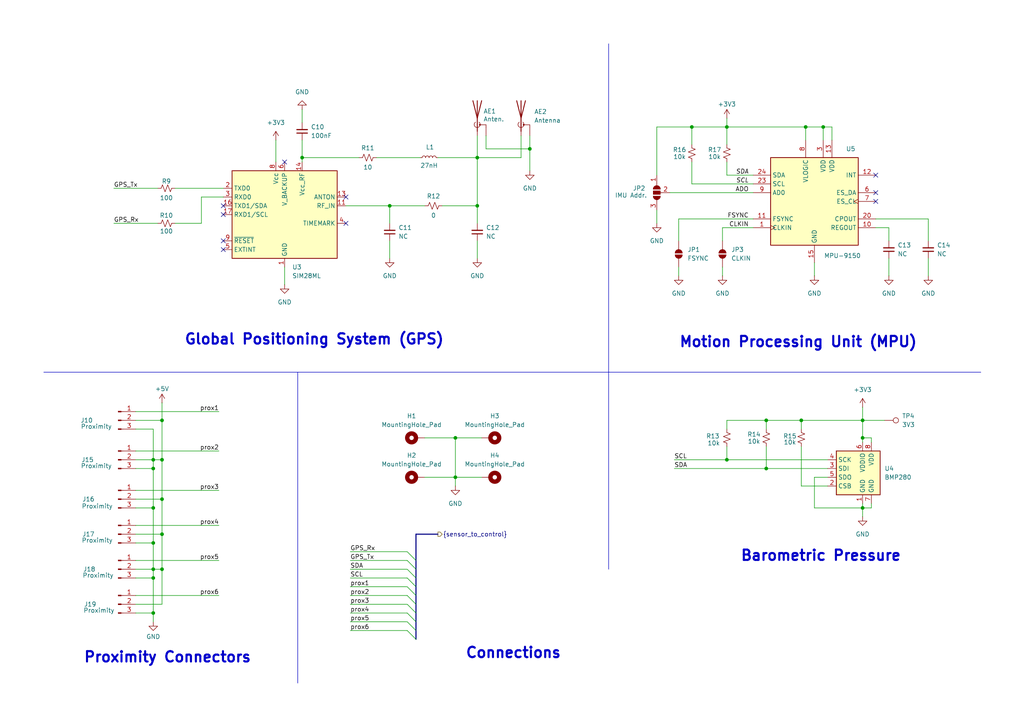
<source format=kicad_sch>
(kicad_sch (version 20231120) (generator "eeschema") (generator_version "8.0")
  (paper "A4")
  (title_block (title "Drone sensing UNIT") (date "2024-07-07") (company "SCHOOL OF AIR DEFENCE - TANGA"))
  (lib_symbols
    (symbol "Connector:Conn_01x03_Pin" (pin_names (offset 1.016) hide)
      (property "Reference" "J" (at 0 5.08 0))
      (property "Value" "Conn_01x03_Pin" (at 0 -5.08 0))
      (symbol "Conn_01x03_Pin_1_1"
        (polyline (pts (xy 1.27 -2.54) (xy 0.8636 -2.54)) (stroke (width 0.1524)))
        (polyline (pts (xy 1.27 0) (xy 0.8636 0)) (stroke (width 0.1524)))
        (polyline (pts (xy 1.27 2.54) (xy 0.8636 2.54)) (stroke (width 0.1524)))
        (rectangle (start 0.8636 -2.413) (end 0 -2.667) (stroke (width 0.1524)) (fill (type outline)))
        (rectangle (start 0.8636 0.127) (end 0 -0.127) (stroke (width 0.1524)) (fill (type outline)))
        (rectangle (start 0.8636 2.667) (end 0 2.413) (stroke (width 0.1524)) (fill (type outline)))
        (pin passive line (at 5.08 2.54 180) (length 3.81) (name "Pin_1") (number "1"))
        (pin passive line (at 5.08 0 180) (length 3.81) (name "Pin_2") (number "2"))
        (pin passive line (at 5.08 -2.54 180) (length 3.81) (name "Pin_3") (number "3"))
      )
    )
    (symbol "Connector:TestPoint" (pin_numbers hide) (pin_names (offset 0.762) hide)
      (property "Reference" "TP" (at 0 6.858 0))
      (property "Value" "TestPoint" (at 0 5.08 0))
      (symbol "TestPoint_0_1"
        (circle (center 0 3.302) (radius 0.762))
      )
      (symbol "TestPoint_1_1"
        (pin passive line (at 0 0 90) (length 2.54) (name "1") (number "1"))
      )
    )
    (symbol "Device:Antenna_Shield" (pin_numbers hide) (pin_names (offset 1.016) hide)
      (property "Reference" "AE" (at -1.905 4.445 0))
      (property "Value" "Antenna_Shield" (at -1.905 2.54 0))
      (symbol "Antenna_Shield_0_1"
        (arc (start -0.508 -1.143) (mid -0.8429 -2.1194) (end 0 -2.667))
        (arc (start 0 -2.667) (mid 0.7989 -2.1052) (end 0.508 -1.143))
        (polyline (pts (xy 0 -2.54) (xy 0 0)))
        (polyline (pts (xy 0 5.08) (xy 0 -3.81)) (stroke (width 0.254)))
        (polyline (pts (xy 0.762 -1.905) (xy 2.54 -1.905)))
        (polyline (pts (xy 2.54 -2.54) (xy 2.54 -1.905)))
        (polyline (pts (xy 1.27 5.08) (xy 0 0) (xy -1.27 5.08)) (stroke (width 0.254)))
        (circle (center 0.762 -1.905) (radius 0.1778) (fill (type outline)))
      )
      (symbol "Antenna_Shield_1_1"
        (pin input line (at 0 -5.08 90) (length 2.54) (name "A") (number "1"))
        (pin input line (at 2.54 -5.08 90) (length 2.54) (name "Shield") (number "2"))
      )
    )
    (symbol "Device:C_Small" (pin_numbers hide) (pin_names (offset 0.254) hide)
      (property "Reference" "C" (at 0.254 1.778 0))
      (property "Value" "C_Small" (at 0.254 -2.032 0))
      (symbol "C_Small_0_1"
        (polyline (pts (xy -1.524 -0.508) (xy 1.524 -0.508)) (stroke (width 0.3302)))
        (polyline (pts (xy -1.524 0.508) (xy 1.524 0.508)) (stroke (width 0.3048)))
      )
      (symbol "C_Small_1_1"
        (pin passive line (at 0 2.54 270) (length 2.032) (name "~") (number "1"))
        (pin passive line (at 0 -2.54 90) (length 2.032) (name "~") (number "2"))
      )
    )
    (symbol "Device:L_Small" (pin_numbers hide) (pin_names (offset 0.254) hide)
      (property "Reference" "L" (at 0.762 1.016 0))
      (property "Value" "L_Small" (at 0.762 -1.016 0))
      (symbol "L_Small_0_1"
        (arc (start 0 -2.032) (mid 0.5058 -1.524) (end 0 -1.016))
        (arc (start 0 -1.016) (mid 0.5058 -0.508) (end 0 0))
        (arc (start 0 0) (mid 0.5058 0.508) (end 0 1.016))
        (arc (start 0 1.016) (mid 0.5058 1.524) (end 0 2.032))
      )
      (symbol "L_Small_1_1"
        (pin passive line (at 0 2.54 270) (length 0.508) (name "~") (number "1"))
        (pin passive line (at 0 -2.54 90) (length 0.508) (name "~") (number "2"))
      )
    )
    (symbol "Device:R_Small_US" (pin_numbers hide) (pin_names (offset 0.254) hide)
      (property "Reference" "R" (at 0.762 0.508 0))
      (property "Value" "R_Small_US" (at 0.762 -1.016 0))
      (symbol "R_Small_US_1_1"
        (polyline (pts (xy 0 0) (xy 1.016 -0.381) (xy 0 -0.762) (xy -1.016 -1.143) (xy 0 -1.524)))
        (polyline (pts (xy 0 1.524) (xy 1.016 1.143) (xy 0 0.762) (xy -1.016 0.381) (xy 0 0)))
        (pin passive line (at 0 2.54 270) (length 1.016) (name "~") (number "1"))
        (pin passive line (at 0 -2.54 90) (length 1.016) (name "~") (number "2"))
      )
    )
    (symbol "Jumper:SolderJumper_2_Open" (pin_numbers hide) (pin_names (offset 0) hide) (exclude_from_sim yes) (in_bom no)
      (property "Reference" "JP" (at 0 2.032 0))
      (property "Value" "SolderJumper_2_Open" (at 0 -2.54 0))
      (symbol "SolderJumper_2_Open_0_1"
        (arc (start -0.254 1.016) (mid -1.2656 0) (end -0.254 -1.016))
        (arc (start -0.254 1.016) (mid -1.2656 0) (end -0.254 -1.016) (fill (type outline)))
        (polyline (pts (xy -0.254 1.016) (xy -0.254 -1.016)))
        (polyline (pts (xy 0.254 1.016) (xy 0.254 -1.016)))
        (arc (start 0.254 -1.016) (mid 1.2656 0) (end 0.254 1.016))
        (arc (start 0.254 -1.016) (mid 1.2656 0) (end 0.254 1.016) (fill (type outline)))
      )
      (symbol "SolderJumper_2_Open_1_1"
        (pin passive line (at -3.81 0 0) (length 2.54) (name "A") (number "1"))
        (pin passive line (at 3.81 0 180) (length 2.54) (name "B") (number "2"))
      )
    )
    (symbol "Jumper:SolderJumper_3_Open" (pin_names (offset 0) hide) (exclude_from_sim yes) (in_bom no)
      (property "Reference" "JP" (at -2.54 -2.54 0))
      (property "Value" "SolderJumper_3_Open" (at 0 2.794 0))
      (symbol "SolderJumper_3_Open_0_1"
        (arc (start -1.016 1.016) (mid -2.0276 0) (end -1.016 -1.016))
        (arc (start -1.016 1.016) (mid -2.0276 0) (end -1.016 -1.016) (fill (type outline)))
        (rectangle (start -0.508 1.016) (end 0.508 -1.016) (fill (type outline)))
        (polyline (pts (xy -2.54 0) (xy -2.032 0)))
        (polyline (pts (xy -1.016 1.016) (xy -1.016 -1.016)))
        (polyline (pts (xy 0 -1.27) (xy 0 -1.016)))
        (polyline (pts (xy 1.016 1.016) (xy 1.016 -1.016)))
        (polyline (pts (xy 2.54 0) (xy 2.032 0)))
        (arc (start 1.016 -1.016) (mid 2.0276 0) (end 1.016 1.016))
        (arc (start 1.016 -1.016) (mid 2.0276 0) (end 1.016 1.016) (fill (type outline)))
      )
      (symbol "SolderJumper_3_Open_1_1"
        (pin passive line (at -5.08 0 0) (length 2.54) (name "A") (number "1"))
        (pin passive line (at 0 -3.81 90) (length 2.54) (name "C") (number "2"))
        (pin passive line (at 5.08 0 180) (length 2.54) (name "B") (number "3"))
      )
    )
    (symbol "Mechanical:MountingHole_Pad" (pin_numbers hide) (pin_names (offset 1.016) hide) (exclude_from_sim yes) (in_bom no)
      (property "Reference" "H" (at 0 6.35 0))
      (property "Value" "MountingHole_Pad" (at 0 4.445 0))
      (symbol "MountingHole_Pad_0_1"
        (circle (center 0 1.27) (radius 1.27) (stroke (width 1.27)))
      )
      (symbol "MountingHole_Pad_1_1"
        (pin input line (at 0 -2.54 90) (length 2.54) (name "1") (number "1"))
      )
    )
    (symbol "RF_GPS:SIM28ML"
      (property "Reference" "U" (at -13.97 13.97 0))
      (property "Value" "SIM28ML" (at 11.43 13.97 0))
      (symbol "SIM28ML_0_1"
        (rectangle (start -15.24 12.7) (end 15.24 -12.7) (stroke (width 0.254)) (fill (type background)))
      )
      (symbol "SIM28ML_1_1"
        (pin power_in line (at 0 -15.24 90) (length 2.54) (name "GND") (number "1"))
        (pin passive line (at 0 -15.24 90) (length 2.54) hide (name "GND") (number "10"))
        (pin input line (at 17.78 2.54 180) (length 2.54) (name "RF_IN") (number "11"))
        (pin passive line (at 0 -15.24 90) (length 2.54) hide (name "GND") (number "12"))
        (pin power_out line (at 17.78 5.08 180) (length 2.54) (name "ANTON") (number "13"))
        (pin power_out line (at 5.08 15.24 270) (length 2.54) (name "Vcc_RF") (number "14"))
        (pin no_connect line (at 15.24 -7.62 180) (length 2.54) hide (name "NC") (number "15"))
        (pin bidirectional line (at -17.78 2.54 0) (length 2.54) (name "TXD1/SDA") (number "16"))
        (pin input line (at -17.78 0 0) (length 2.54) (name "RXD1/SCL") (number "17"))
        (pin no_connect line (at 15.24 -10.16 180) (length 2.54) hide (name "NC") (number "18"))
        (pin output line (at -17.78 7.62 0) (length 2.54) (name "TXD0") (number "2"))
        (pin input line (at -17.78 5.08 0) (length 2.54) (name "RXD0") (number "3"))
        (pin output line (at 17.78 -2.54 180) (length 2.54) (name "TIMEMARK") (number "4"))
        (pin input line (at -17.78 -10.16 0) (length 2.54) (name "EXTINT") (number "5"))
        (pin power_in line (at 0 15.24 270) (length 2.54) (name "V_BACKUP") (number "6"))
        (pin no_connect line (at 15.24 -5.08 180) (length 2.54) hide (name "NC") (number "7"))
        (pin power_in line (at -2.54 15.24 270) (length 2.54) (name "Vcc") (number "8"))
        (pin input line (at -17.78 -7.62 0) (length 2.54) (name "~{RESET}") (number "9"))
      )
    )
    (symbol "Sensor_Motion:MPU-9150"
      (property "Reference" "U" (at -11.43 13.97 0))
      (property "Value" "MPU-9150" (at 8.89 -13.97 0))
      (symbol "MPU-9150_0_1"
        (rectangle (start -12.7 12.7) (end 12.7 -12.7) (stroke (width 0.254)) (fill (type background)))
      )
      (symbol "MPU-9150_1_1"
        (pin input clock (at -17.78 -7.62 0) (length 5.08) (name "CLKIN") (number "1"))
        (pin passive line (at 17.78 -7.62 180) (length 5.08) (name "REGOUT") (number "10"))
        (pin input line (at -17.78 -5.08 0) (length 5.08) (name "FSYNC") (number "11"))
        (pin output line (at 17.78 7.62 180) (length 5.08) (name "INT") (number "12"))
        (pin power_in line (at 5.08 17.78 270) (length 5.08) (name "VDD") (number "13"))
        (pin power_in line (at 0 -17.78 90) (length 5.08) (name "GND") (number "15"))
        (pin passive line (at 0 -17.78 90) (length 5.08) hide (name "GND") (number "17"))
        (pin passive line (at 0 -17.78 90) (length 5.08) hide (name "GND") (number "18"))
        (pin passive line (at 17.78 -5.08 180) (length 5.08) (name "CPOUT") (number "20"))
        (pin input line (at -17.78 5.08 0) (length 5.08) (name "SCL") (number "23"))
        (pin bidirectional line (at -17.78 7.62 0) (length 5.08) (name "SDA") (number "24"))
        (pin power_in line (at 2.54 17.78 270) (length 5.08) (name "VDD") (number "3"))
        (pin bidirectional line (at 17.78 2.54 180) (length 5.08) (name "ES_DA") (number "6"))
        (pin output clock (at 17.78 0 180) (length 5.08) (name "ES_CL") (number "7"))
        (pin power_in line (at -2.54 17.78 270) (length 5.08) (name "VLOGIC") (number "8"))
        (pin input line (at -17.78 2.54 0) (length 5.08) (name "AD0") (number "9"))
      )
    )
    (symbol "Sensor_Pressure:BMP280"
      (property "Reference" "U" (at -7.62 10.16 0))
      (property "Value" "BMP280" (at 5.08 10.16 0))
      (symbol "BMP280_0_1"
        (rectangle (start -7.62 -5.08) (end 5.08 7.62) (stroke (width 0.254)) (fill (type background)))
      )
      (symbol "BMP280_1_1"
        (pin power_in line (at 0 -7.62 90) (length 2.54) (name "GND") (number "1"))
        (pin input line (at -10.16 -2.54 0) (length 2.54) (name "CSB") (number "2"))
        (pin bidirectional line (at -10.16 2.54 0) (length 2.54) (name "SDI") (number "3"))
        (pin input line (at -10.16 5.08 0) (length 2.54) (name "SCK") (number "4"))
        (pin bidirectional line (at -10.16 0 0) (length 2.54) (name "SDO") (number "5"))
        (pin power_in line (at 0 10.16 270) (length 2.54) (name "VDDIO") (number "6"))
        (pin power_in line (at 2.54 -7.62 90) (length 2.54) (name "GND") (number "7"))
        (pin power_in line (at 2.54 10.16 270) (length 2.54) (name "VDD") (number "8"))
      )
    )
    (symbol "power:+3V3" (power) (pin_numbers hide) (pin_names (offset 0) hide)
      (property "Value" "+3V3" (at 0 3.556 0))
      (symbol "+3V3_0_1"
        (polyline (pts (xy -0.762 1.27) (xy 0 2.54)))
        (polyline (pts (xy 0 0) (xy 0 2.54)))
        (polyline (pts (xy 0 2.54) (xy 0.762 1.27)))
      )
      (symbol "+3V3_1_1"
        (pin power_in line (at 0 0 90) (length 0) (name "~") (number "1"))
      )
    )
    (symbol "power:+5V" (power) (pin_numbers hide) (pin_names (offset 0) hide)
      (property "Value" "+5V" (at 0 3.556 0))
      (symbol "+5V_0_1"
        (polyline (pts (xy -0.762 1.27) (xy 0 2.54)))
        (polyline (pts (xy 0 0) (xy 0 2.54)))
        (polyline (pts (xy 0 2.54) (xy 0.762 1.27)))
      )
      (symbol "+5V_1_1"
        (pin power_in line (at 0 0 90) (length 0) (name "~") (number "1"))
      )
    )
    (symbol "power:GND" (power) (pin_numbers hide) (pin_names (offset 0) hide)
      (property "Value" "GND" (at 0 -3.81 0))
      (symbol "GND_0_1"
        (polyline (pts (xy 0 0) (xy 0 -1.27) (xy 1.27 -1.27) (xy 0 -2.54) (xy -1.27 -1.27) (xy 0 -1.27)))
      )
      (symbol "GND_1_1"
        (pin power_in line (at 0 0 270) (length 0) (name "~") (number "1"))
      )
    )
  )
  (bus_alias "sensor_to_control" (members "GPS_Rx" "GPS_Tx" "SDA" "SCL" "prox1" "prox2" "prox3" "prox4" "prox5" "prox6"))
  (junction (at 44.45 135.89))
  (junction (at 46.99 144.78))
  (junction (at 113.03 59.69))
  (junction (at 232.41 121.92))
  (junction (at 46.99 154.94))
  (junction (at 210.82 36.83))
  (junction (at 250.19 121.92))
  (junction (at 44.45 147.32))
  (junction (at 138.43 45.72))
  (junction (at 250.19 127))
  (junction (at 210.82 133.35))
  (junction (at 46.99 121.92))
  (junction (at 250.19 147.32))
  (junction (at 44.45 165.1))
  (junction (at 153.67 43.18))
  (junction (at 222.25 135.89))
  (junction (at 46.99 165.1))
  (junction (at 200.66 36.83))
  (junction (at 233.68 36.83))
  (junction (at 132.08 127))
  (junction (at 138.43 59.69))
  (junction (at 132.08 138.43))
  (junction (at 46.99 133.35))
  (junction (at 238.76 36.83))
  (junction (at 44.45 157.48))
  (junction (at 44.45 167.64))
  (junction (at 222.25 121.92))
  (junction (at 87.63 45.72))
  (junction (at 44.45 133.35))
  (junction (at 44.45 177.8))
  (no_connect (at 64.77 62.23))
  (no_connect (at 254 58.42))
  (no_connect (at 100.33 64.77))
  (no_connect (at 100.33 57.15))
  (no_connect (at 82.55 46.99))
  (no_connect (at 64.77 69.85))
  (no_connect (at 254 50.8))
  (no_connect (at 64.77 59.69))
  (no_connect (at 254 55.88))
  (no_connect (at 64.77 72.39))
  (bus_entry (at 120.65 177.8) (size -2.54 -2.54))
  (bus_entry (at 120.65 185.42) (size -2.54 -2.54))
  (bus_entry (at 120.65 165.1) (size -2.54 -2.54))
  (bus_entry (at 120.65 180.34) (size -2.54 -2.54))
  (bus_entry (at 120.65 162.56) (size -2.54 -2.54))
  (bus_entry (at 120.65 175.26) (size -2.54 -2.54))
  (bus_entry (at 120.65 167.64) (size -2.54 -2.54))
  (bus_entry (at 120.65 170.18) (size -2.54 -2.54))
  (bus_entry (at 120.65 172.72) (size -2.54 -2.54))
  (bus_entry (at 120.65 182.88) (size -2.54 -2.54))
  (wire (pts (xy 210.82 36.83) (xy 210.82 41.91)))
  (wire (pts (xy 44.45 165.1) (xy 39.37 165.1)))
  (wire (pts (xy 210.82 133.35) (xy 240.03 133.35)))
  (wire (pts (xy 236.22 138.43) (xy 236.22 147.32)))
  (wire (pts (xy 269.24 74.93) (xy 269.24 80.01)))
  (wire (pts (xy 46.99 133.35) (xy 46.99 144.78)))
  (wire (pts (xy 33.02 64.77) (xy 45.72 64.77)))
  (wire (pts (xy 194.31 55.88) (xy 218.44 55.88)))
  (wire (pts (xy 254 66.04) (xy 257.81 66.04)))
  (wire (pts (xy 138.43 45.72) (xy 138.43 59.69)))
  (wire (pts (xy 222.25 129.54) (xy 222.25 135.89)))
  (wire (pts (xy 222.25 121.92) (xy 232.41 121.92)))
  (wire (pts (xy 153.67 43.18) (xy 153.67 39.37)))
  (wire (pts (xy 127 45.72) (xy 138.43 45.72)))
  (wire (pts (xy 209.55 66.04) (xy 209.55 69.85)))
  (polyline (pts (xy 176.53 165.1) (xy 176.53 107.95)))
  (wire (pts (xy 39.37 175.26) (xy 46.99 175.26)))
  (wire (pts (xy 218.44 66.04) (xy 209.55 66.04)))
  (wire (pts (xy 123.19 138.43) (xy 132.08 138.43)))
  (polyline (pts (xy 176.53 12.7) (xy 176.53 107.95)))
  (wire (pts (xy 44.45 133.35) (xy 44.45 135.89)))
  (wire (pts (xy 200.66 53.34) (xy 218.44 53.34)))
  (wire (pts (xy 44.45 177.8) (xy 44.45 180.34)))
  (wire (pts (xy 250.19 121.92) (xy 250.19 127)))
  (wire (pts (xy 128.27 59.69) (xy 138.43 59.69)))
  (bus (pts (xy 120.65 172.72) (xy 120.65 175.26)))
  (wire (pts (xy 210.82 50.8) (xy 218.44 50.8)))
  (wire (pts (xy 101.6 182.88) (xy 118.11 182.88)))
  (wire (pts (xy 200.66 53.34) (xy 200.66 46.99)))
  (wire (pts (xy 46.99 144.78) (xy 46.99 154.94)))
  (wire (pts (xy 64.77 57.15) (xy 58.42 57.15)))
  (wire (pts (xy 44.45 147.32) (xy 44.45 157.48)))
  (wire (pts (xy 257.81 74.93) (xy 257.81 80.01)))
  (wire (pts (xy 232.41 121.92) (xy 232.41 124.46)))
  (wire (pts (xy 44.45 165.1) (xy 44.45 167.64)))
  (wire (pts (xy 151.13 39.37) (xy 151.13 45.72)))
  (wire (pts (xy 80.01 40.64) (xy 80.01 46.99)))
  (wire (pts (xy 39.37 133.35) (xy 44.45 133.35)))
  (bus (pts (xy 120.65 182.88) (xy 120.65 185.42)))
  (wire (pts (xy 87.63 40.64) (xy 87.63 45.72)))
  (bus (pts (xy 120.65 175.26) (xy 120.65 177.8)))
  (wire (pts (xy 210.82 133.35) (xy 210.82 129.54)))
  (polyline (pts (xy 86.36 107.95) (xy 86.36 198.12)))
  (wire (pts (xy 210.82 121.92) (xy 222.25 121.92)))
  (wire (pts (xy 123.19 127) (xy 132.08 127)))
  (polyline (pts (xy 176.53 107.95) (xy 284.48 107.95)))
  (wire (pts (xy 44.45 157.48) (xy 44.45 165.1)))
  (bus (pts (xy 120.65 165.1) (xy 120.65 167.64)))
  (polyline (pts (xy 12.7 107.95) (xy 176.53 107.95)))
  (wire (pts (xy 190.5 36.83) (xy 200.66 36.83)))
  (bus (pts (xy 120.65 154.94) (xy 120.65 162.56)))
  (bus (pts (xy 120.65 180.34) (xy 120.65 182.88)))
  (wire (pts (xy 101.6 167.64) (xy 118.11 167.64)))
  (wire (pts (xy 46.99 165.1) (xy 44.45 165.1)))
  (wire (pts (xy 46.99 175.26) (xy 46.99 165.1)))
  (wire (pts (xy 250.19 127) (xy 250.19 128.27)))
  (wire (pts (xy 238.76 36.83) (xy 233.68 36.83)))
  (wire (pts (xy 39.37 124.46) (xy 44.45 124.46)))
  (wire (pts (xy 254 63.5) (xy 269.24 63.5)))
  (wire (pts (xy 153.67 43.18) (xy 153.67 49.53)))
  (wire (pts (xy 209.55 77.47) (xy 209.55 80.01)))
  (wire (pts (xy 39.37 144.78) (xy 46.99 144.78)))
  (wire (pts (xy 33.02 54.61) (xy 45.72 54.61)))
  (wire (pts (xy 196.85 69.85) (xy 196.85 63.5)))
  (wire (pts (xy 113.03 59.69) (xy 123.19 59.69)))
  (bus (pts (xy 127 154.94) (xy 120.65 154.94)))
  (wire (pts (xy 109.22 45.72) (xy 121.92 45.72)))
  (wire (pts (xy 39.37 157.48) (xy 44.45 157.48)))
  (wire (pts (xy 100.33 59.69) (xy 113.03 59.69)))
  (bus (pts (xy 120.65 170.18) (xy 120.65 172.72)))
  (wire (pts (xy 222.25 135.89) (xy 240.03 135.89)))
  (bus (pts (xy 120.65 162.56) (xy 120.65 165.1)))
  (wire (pts (xy 190.5 50.8) (xy 190.5 36.83)))
  (bus (pts (xy 120.65 167.64) (xy 120.65 170.18)))
  (wire (pts (xy 87.63 45.72) (xy 104.14 45.72)))
  (wire (pts (xy 252.73 147.32) (xy 250.19 147.32)))
  (wire (pts (xy 39.37 177.8) (xy 44.45 177.8)))
  (wire (pts (xy 101.6 172.72) (xy 118.11 172.72)))
  (wire (pts (xy 140.97 43.18) (xy 153.67 43.18)))
  (wire (pts (xy 250.19 147.32) (xy 250.19 149.86)))
  (wire (pts (xy 132.08 127) (xy 132.08 138.43)))
  (wire (pts (xy 39.37 119.38) (xy 63.5 119.38)))
  (wire (pts (xy 46.99 154.94) (xy 46.99 165.1)))
  (wire (pts (xy 138.43 39.37) (xy 138.43 45.72)))
  (wire (pts (xy 241.3 36.83) (xy 238.76 36.83)))
  (wire (pts (xy 58.42 57.15) (xy 58.42 64.77)))
  (wire (pts (xy 101.6 175.26) (xy 118.11 175.26)))
  (wire (pts (xy 87.63 31.75) (xy 87.63 35.56)))
  (wire (pts (xy 250.19 146.05) (xy 250.19 147.32)))
  (wire (pts (xy 190.5 60.96) (xy 190.5 64.77)))
  (wire (pts (xy 39.37 130.81) (xy 63.5 130.81)))
  (wire (pts (xy 222.25 124.46) (xy 222.25 121.92)))
  (wire (pts (xy 87.63 45.72) (xy 87.63 46.99)))
  (wire (pts (xy 39.37 167.64) (xy 44.45 167.64)))
  (wire (pts (xy 200.66 36.83) (xy 210.82 36.83)))
  (wire (pts (xy 252.73 127) (xy 250.19 127)))
  (wire (pts (xy 82.55 77.47) (xy 82.55 82.55)))
  (wire (pts (xy 101.6 160.02) (xy 118.11 160.02)))
  (wire (pts (xy 233.68 36.83) (xy 210.82 36.83)))
  (wire (pts (xy 39.37 172.72) (xy 63.5 172.72)))
  (wire (pts (xy 132.08 138.43) (xy 139.7 138.43)))
  (wire (pts (xy 151.13 45.72) (xy 138.43 45.72)))
  (wire (pts (xy 101.6 165.1) (xy 118.11 165.1)))
  (wire (pts (xy 238.76 36.83) (xy 238.76 40.64)))
  (wire (pts (xy 138.43 69.85) (xy 138.43 74.93)))
  (wire (pts (xy 240.03 138.43) (xy 236.22 138.43)))
  (wire (pts (xy 132.08 127) (xy 139.7 127)))
  (wire (pts (xy 101.6 177.8) (xy 118.11 177.8)))
  (wire (pts (xy 200.66 36.83) (xy 200.66 41.91)))
  (wire (pts (xy 210.82 46.99) (xy 210.82 50.8)))
  (wire (pts (xy 44.45 167.64) (xy 44.45 177.8)))
  (wire (pts (xy 39.37 147.32) (xy 44.45 147.32)))
  (wire (pts (xy 236.22 76.2) (xy 236.22 80.01)))
  (wire (pts (xy 257.81 69.85) (xy 257.81 66.04)))
  (wire (pts (xy 195.58 133.35) (xy 210.82 133.35)))
  (wire (pts (xy 233.68 36.83) (xy 233.68 40.64)))
  (wire (pts (xy 232.41 121.92) (xy 250.19 121.92)))
  (wire (pts (xy 269.24 69.85) (xy 269.24 63.5)))
  (wire (pts (xy 101.6 162.56) (xy 118.11 162.56)))
  (wire (pts (xy 44.45 133.35) (xy 46.99 133.35)))
  (wire (pts (xy 256.54 121.92) (xy 250.19 121.92)))
  (wire (pts (xy 236.22 147.32) (xy 250.19 147.32)))
  (wire (pts (xy 113.03 59.69) (xy 113.03 64.77)))
  (wire (pts (xy 101.6 170.18) (xy 118.11 170.18)))
  (wire (pts (xy 196.85 63.5) (xy 218.44 63.5)))
  (wire (pts (xy 39.37 154.94) (xy 46.99 154.94)))
  (wire (pts (xy 210.82 34.29) (xy 210.82 36.83)))
  (wire (pts (xy 39.37 142.24) (xy 63.5 142.24)))
  (wire (pts (xy 39.37 121.92) (xy 46.99 121.92)))
  (wire (pts (xy 132.08 138.43) (xy 132.08 140.97)))
  (wire (pts (xy 195.58 135.89) (xy 222.25 135.89)))
  (wire (pts (xy 39.37 152.4) (xy 63.5 152.4)))
  (wire (pts (xy 138.43 59.69) (xy 138.43 64.77)))
  (wire (pts (xy 101.6 180.34) (xy 118.11 180.34)))
  (wire (pts (xy 50.8 64.77) (xy 58.42 64.77)))
  (wire (pts (xy 39.37 162.56) (xy 63.5 162.56)))
  (wire (pts (xy 44.45 135.89) (xy 44.45 147.32)))
  (wire (pts (xy 252.73 146.05) (xy 252.73 147.32)))
  (wire (pts (xy 196.85 77.47) (xy 196.85 80.01)))
  (wire (pts (xy 250.19 118.11) (xy 250.19 121.92)))
  (wire (pts (xy 232.41 140.97) (xy 240.03 140.97)))
  (wire (pts (xy 46.99 121.92) (xy 46.99 133.35)))
  (wire (pts (xy 241.3 40.64) (xy 241.3 36.83)))
  (wire (pts (xy 232.41 140.97) (xy 232.41 129.54)))
  (wire (pts (xy 113.03 69.85) (xy 113.03 74.93)))
  (bus (pts (xy 120.65 177.8) (xy 120.65 180.34)))
  (wire (pts (xy 46.99 116.84) (xy 46.99 121.92)))
  (wire (pts (xy 39.37 135.89) (xy 44.45 135.89)))
  (wire (pts (xy 50.8 54.61) (xy 64.77 54.61)))
  (wire (pts (xy 140.97 39.37) (xy 140.97 43.18)))
  (wire (pts (xy 44.45 124.46) (xy 44.45 133.35)))
  (wire (pts (xy 210.82 124.46) (xy 210.82 121.92)))
  (wire (pts (xy 252.73 128.27) (xy 252.73 127)))
  (text "Motion Processing Unit (MPU)" (at 196.85 99.314 0) (effects (font (size 3 3) (bold yes)) (justify left)))
  (text "Global Positioning System (GPS)" (at 53.34 98.552 0) (effects (font (size 3 3) (bold yes)) (justify left)))
  (text "Barometric Pressure" (at 214.63 161.29 0) (effects (font (size 3 3) (bold yes)) (justify left)))
  (text "Connections" (at 134.874 189.484 0) (effects (font (size 3 3) (bold yes)) (justify left)))
  (text "Proximity Connectors" (at 24.13 190.754 0) (effects (font (size 3 3) (bold yes)) (justify left)))
  (label "SCL" (at 195.58 133.35 0))
  (label "prox1" (at 63.5 119.38 180))
  (label "prox4" (at 63.5 152.4 180))
  (label "prox2" (at 101.6 172.72 0))
  (label "prox6" (at 63.5 172.72 180))
  (label "prox3" (at 63.5 142.24 180))
  (label "GPS_Tx" (at 101.6 162.56 0))
  (label "GPS_Tx" (at 33.02 54.61 0))
  (label "GPS_Rx" (at 101.6 160.02 0))
  (label "prox5" (at 63.5 162.56 180))
  (label "prox1" (at 101.6 170.18 0))
  (label "SDA" (at 217.17 50.8 180) (effects (font (italic yes))))
  (label "prox2" (at 63.5 130.81 180))
  (label "SDA" (at 101.6 165.1 0))
  (label "prox6" (at 101.6 182.88 0))
  (label "FSYNC" (at 217.17 63.5 180))
  (label "ADO" (at 217.17 55.88 180))
  (label "SCL" (at 101.6 167.64 0))
  (label "SDA" (at 195.58 135.89 0))
  (label "SCL" (at 217.17 53.34 180) (effects (font (italic yes))))
  (label "prox4" (at 101.6 177.8 0))
  (label "prox5" (at 101.6 180.34 0))
  (label "GPS_Rx" (at 33.02 64.77 0))
  (label "CLKIN" (at 217.17 66.04 180))
  (label "prox3" (at 101.6 175.26 0))
  (hierarchical_label "{sensor_to_control}" (shape output) (at 127 154.94 0))
  (symbol (lib_id "Device:R_Small_US") (at 48.26 64.77 90) (unit 1)
    (property "Reference" "R10" (at 48.26 62.484 90))
    (property "Value" "100" (at 48.26 67.056 90))
    (property "Footprint" "Resistor_SMD:R_0805_2012Metric_Pad1.20x1.40mm_HandSolder" (effects (hide yes)))
    (property "Description" "Resistor, small US symbol" (effects (hide yes)))
  )
  (symbol (lib_id "Mechanical:MountingHole_Pad") (at 120.65 138.43 90) (unit 1) (exclude_from_sim yes) (in_bom no)
    (property "Reference" "H2" (at 119.38 132.08 90))
    (property "Value" "MountingHole_Pad" (at 119.38 134.62 90))
    (property "Footprint" "MountingHole:MountingHole_2.2mm_M2_Pad_Via" (effects (hide yes)))
    (property "Description" "Mounting Hole with connection" (effects (hide yes)))
  )
  (symbol (lib_id "power:GND") (at 250.19 149.86 0) (unit 1)
    (property "Reference" "#PWR038" (effects (hide yes)))
    (property "Value" "GND" (at 250.19 154.94 0))
    (property "Description" "Power symbol creates a global label with name \"GND\" , ground" (effects (hide yes)))
  )
  (symbol (lib_id "Device:R_Small_US") (at 106.68 45.72 90) (unit 1)
    (property "Reference" "R11" (at 106.68 42.926 90))
    (property "Value" "10" (at 106.68 48.514 90))
    (property "Footprint" "Resistor_SMD:R_0805_2012Metric_Pad1.20x1.40mm_HandSolder" (effects (hide yes)))
    (property "Description" "Resistor, small US symbol" (effects (hide yes)))
  )
  (symbol (lib_id "Device:C_Small") (at 257.81 72.39 180) (unit 1)
    (property "Reference" "C13" (at 260.35 71.1135 0) (effects (justify right)))
    (property "Value" "NC" (at 260.35 73.6535 0) (effects (justify right)))
    (property "Footprint" "Capacitor_SMD:C_0805_2012Metric_Pad1.18x1.45mm_HandSolder" (effects (hide yes)))
    (property "Description" "Unpolarized capacitor, small symbol" (effects (hide yes)))
  )
  (symbol (lib_id "power:GND") (at 196.85 80.01 0) (unit 1)
    (property "Reference" "#PWR046" (effects (hide yes)))
    (property "Value" "GND" (at 196.85 85.09 0))
    (property "Description" "Power symbol creates a global label with name \"GND\" , ground" (effects (hide yes)))
  )
  (symbol (lib_id "power:GND") (at 269.24 80.01 0) (unit 1)
    (property "Reference" "#PWR043" (effects (hide yes)))
    (property "Value" "GND" (at 269.24 85.09 0))
    (property "Description" "Power symbol creates a global label with name \"GND\" , ground" (effects (hide yes)))
  )
  (symbol (lib_id "Connector:Conn_01x03_Pin") (at 34.29 165.1 0) (unit 1)
    (property "Reference" "J18" (at 25.908 165.1 0))
    (property "Value" "Proximity" (at 28.448 166.878 0))
    (property "Footprint" "Connector_Wuerth:Wuerth_WR-WTB_64800311622_1x03_P1.50mm_Vertical" (effects (hide yes)))
    (property "Description" "Generic connector, single row, 01x03, script generated" (effects (hide yes)))
  )
  (symbol (lib_id "Jumper:SolderJumper_3_Open") (at 190.5 55.88 90) (mirror x) (unit 1) (exclude_from_sim yes) (in_bom no)
    (property "Reference" "JP2" (at 187.198 54.61 90) (effects (justify left)))
    (property "Value" "IMU Addr." (at 187.706 56.642 90) (effects (justify left)))
    (property "Footprint" "Jumper:SolderJumper-3_P1.3mm_Open_RoundedPad1.0x1.5mm" (effects (hide yes)))
    (property "Description" "Solder Jumper, 3-pole, open" (effects (hide yes)))
  )
  (symbol (lib_id "Device:C_Small") (at 269.24 72.39 180) (unit 1)
    (property "Reference" "C14" (at 271.78 71.1135 0) (effects (justify right)))
    (property "Value" "NC" (at 271.78 73.6535 0) (effects (justify right)))
    (property "Footprint" "Capacitor_SMD:C_0805_2012Metric_Pad1.18x1.45mm_HandSolder" (effects (hide yes)))
    (property "Description" "Unpolarized capacitor, small symbol" (effects (hide yes)))
  )
  (symbol (lib_id "power:+3V3") (at 250.19 118.11 0) (unit 1)
    (property "Reference" "#PWR037" (effects (hide yes)))
    (property "Value" "+3V3" (at 250.19 113.03 0))
    (property "Description" "Power symbol creates a global label with name \"+3V3\"" (effects (hide yes)))
  )
  (symbol (lib_id "Device:R_Small_US") (at 125.73 59.69 90) (unit 1)
    (property "Reference" "R12" (at 125.73 56.896 90))
    (property "Value" "0" (at 125.73 62.484 90))
    (property "Footprint" "Resistor_SMD:R_0805_2012Metric_Pad1.20x1.40mm_HandSolder" (effects (hide yes)))
    (property "Description" "Resistor, small US symbol" (effects (hide yes)))
  )
  (symbol (lib_id "Device:Antenna_Shield") (at 151.13 34.29 0) (unit 1)
    (property "Reference" "AE2" (at 154.94 32.3849 0) (effects (justify left)))
    (property "Value" "Antenna" (at 154.94 34.9249 0) (effects (justify left)))
    (property "Footprint" "Connector_Coaxial:MMCX_Molex_73415-1471_Vertical" (effects (hide yes)))
    (property "Description" "Antenna with extra pin for shielding" (effects (hide yes)))
  )
  (symbol (lib_id "Jumper:SolderJumper_2_Open") (at 209.55 73.66 90) (unit 1) (exclude_from_sim yes) (in_bom no)
    (property "Reference" "JP3" (at 212.09 72.3899 90) (effects (justify right)))
    (property "Value" "CLKIN" (at 212.09 74.9299 90) (effects (justify right)))
    (property "Footprint" "Jumper:SolderJumper-2_P1.3mm_Open_RoundedPad1.0x1.5mm" (effects (hide yes)))
    (property "Description" "Solder Jumper, 2-pole, open" (effects (hide yes)))
  )
  (symbol (lib_id "Device:C_Small") (at 138.43 67.31 180) (unit 1)
    (property "Reference" "C12" (at 140.97 66.0335 0) (effects (justify right)))
    (property "Value" "NC" (at 140.97 68.5735 0) (effects (justify right)))
    (property "Footprint" "Capacitor_SMD:C_0805_2012Metric_Pad1.18x1.45mm_HandSolder" (effects (hide yes)))
    (property "Description" "Unpolarized capacitor, small symbol" (effects (hide yes)))
  )
  (symbol (lib_id "Connector:Conn_01x03_Pin") (at 34.29 144.78 0) (unit 1)
    (property "Reference" "J16" (at 25.654 144.78 0))
    (property "Value" "Proximity" (at 28.194 146.812 0))
    (property "Footprint" "Connector_Wuerth:Wuerth_WR-WTB_64800311622_1x03_P1.50mm_Vertical" (effects (hide yes)))
    (property "Description" "Generic connector, single row, 01x03, script generated" (effects (hide yes)))
  )
  (symbol (lib_id "power:GND") (at 82.55 82.55 0) (unit 1)
    (property "Reference" "#PWR032" (effects (hide yes)))
    (property "Value" "GND" (at 82.55 87.63 0))
    (property "Description" "Power symbol creates a global label with name \"GND\" , ground" (effects (hide yes)))
  )
  (symbol (lib_id "Device:R_Small_US") (at 200.66 44.45 180) (unit 1)
    (property "Reference" "R16" (at 197.104 43.434 0))
    (property "Value" "10k" (at 197.104 45.466 0))
    (property "Footprint" "Resistor_SMD:R_0805_2012Metric_Pad1.20x1.40mm_HandSolder" (effects (hide yes)))
    (property "Description" "Resistor, small US symbol" (effects (hide yes)))
  )
  (symbol (lib_id "Sensor_Pressure:BMP280") (at 250.19 138.43 0) (unit 1)
    (property "Reference" "U4" (at 256.54 135.8899 0) (effects (justify left)))
    (property "Value" "BMP280" (at 256.54 138.4299 0) (effects (justify left)))
    (property "Footprint" "Package_LGA:Bosch_LGA-8_2x2.5mm_P0.65mm_ClockwisePinNumbering" (effects (hide yes)))
    (property "Datasheet" "https://ae-bst.resource.bosch.com/media/_tech/media/datasheets/BST-BMP280-DS001.pdf" (effects (hide yes)))
    (property "Description" "Absolute Barometric Pressure Sensor, LGA-8" (effects (hide yes)))
  )
  (symbol (lib_id "Device:R_Small_US") (at 232.41 127 180) (unit 1)
    (property "Reference" "R15" (at 229.108 126.492 0))
    (property "Value" "10k" (at 229.108 128.27 0))
    (property "Footprint" "Resistor_SMD:R_0805_2012Metric_Pad1.20x1.40mm_HandSolder" (effects (hide yes)))
    (property "Description" "Resistor, small US symbol" (effects (hide yes)))
  )
  (symbol (lib_id "Device:L_Small") (at 124.46 45.72 90) (unit 1)
    (property "Reference" "L1" (at 124.714 42.672 90))
    (property "Value" "27nH" (at 124.46 48.006 90))
    (property "Footprint" "Inductor_SMD:L_0805_2012Metric_Pad1.05x1.20mm_HandSolder" (effects (hide yes)))
    (property "Description" "Inductor, small symbol" (effects (hide yes)))
  )
  (symbol (lib_id "Device:R_Small_US") (at 222.25 127 180) (unit 1)
    (property "Reference" "R14" (at 218.694 125.984 0))
    (property "Value" "10k" (at 218.694 128.016 0))
    (property "Footprint" "Resistor_SMD:R_0805_2012Metric_Pad1.20x1.40mm_HandSolder" (effects (hide yes)))
    (property "Description" "Resistor, small US symbol" (effects (hide yes)))
  )
  (symbol (lib_id "power:GND") (at 190.5 64.77 0) (unit 1)
    (property "Reference" "#PWR044" (effects (hide yes)))
    (property "Value" "GND" (at 190.5 69.85 0))
    (property "Description" "Power symbol creates a global label with name \"GND\" , ground" (effects (hide yes)))
  )
  (symbol (lib_id "Connector:Conn_01x03_Pin") (at 34.29 133.35 0) (unit 1)
    (property "Reference" "J15" (at 25.4 133.35 0))
    (property "Value" "Proximity" (at 27.94 135.128 0))
    (property "Footprint" "Connector_Wuerth:Wuerth_WR-WTB_64800311622_1x03_P1.50mm_Vertical" (effects (hide yes)))
    (property "Description" "Generic connector, single row, 01x03, script generated" (effects (hide yes)))
  )
  (symbol (lib_id "Connector:TestPoint") (at 256.54 121.92 270) (unit 1)
    (property "Reference" "TP4" (at 261.62 120.6499 90) (effects (justify left)))
    (property "Value" "3V3" (at 261.62 123.1899 90) (effects (justify left)))
    (property "Footprint" "TestPoint:TestPoint_Pad_D2.0mm" (effects (hide yes)))
    (property "Description" "test point" (effects (hide yes)))
  )
  (symbol (lib_id "power:GND") (at 44.45 180.34 0) (unit 1)
    (property "Reference" "#PWR047" (effects (hide yes)))
    (property "Value" "GND" (at 44.45 184.658 0))
    (property "Description" "Power symbol creates a global label with name \"GND\" , ground" (effects (hide yes)))
  )
  (symbol (lib_id "Device:R_Small_US") (at 210.82 44.45 180) (unit 1)
    (property "Reference" "R17" (at 207.264 43.434 0))
    (property "Value" "10k" (at 207.264 45.466 0))
    (property "Footprint" "Resistor_SMD:R_0805_2012Metric_Pad1.20x1.40mm_HandSolder" (effects (hide yes)))
    (property "Description" "Resistor, small US symbol" (effects (hide yes)))
  )
  (symbol (lib_id "power:GND") (at 153.67 49.53 0) (unit 1)
    (property "Reference" "#PWR01" (effects (hide yes)))
    (property "Value" "GND" (at 153.67 54.61 0))
    (property "Description" "Power symbol creates a global label with name \"GND\" , ground" (effects (hide yes)))
  )
  (symbol (lib_id "Jumper:SolderJumper_2_Open") (at 196.85 73.66 90) (unit 1) (exclude_from_sim yes) (in_bom no)
    (property "Reference" "JP1" (at 199.39 72.3899 90) (effects (justify right)))
    (property "Value" "FSYNC" (at 199.39 74.9299 90) (effects (justify right)))
    (property "Footprint" "Jumper:SolderJumper-2_P1.3mm_Open_RoundedPad1.0x1.5mm" (effects (hide yes)))
    (property "Description" "Solder Jumper, 2-pole, open" (effects (hide yes)))
  )
  (symbol (lib_id "Device:C_Small") (at 87.63 38.1 180) (unit 1)
    (property "Reference" "C10" (at 90.17 36.8235 0) (effects (justify right)))
    (property "Value" "100nF" (at 90.17 39.3635 0) (effects (justify right)))
    (property "Footprint" "Capacitor_SMD:C_0805_2012Metric_Pad1.18x1.45mm_HandSolder" (effects (hide yes)))
    (property "Description" "Unpolarized capacitor, small symbol" (effects (hide yes)))
  )
  (symbol (lib_id "Device:Antenna_Shield") (at 138.43 34.29 0) (unit 1)
    (property "Reference" "AE1" (at 140.208 32.258 0) (effects (justify left)))
    (property "Value" "Anten." (at 140.208 34.544 0) (effects (justify left)))
    (property "Footprint" "Connector_Coaxial:U.FL_Hirose_U.FL-R-SMT-1_Vertical" (effects (hide yes)))
    (property "Description" "Antenna with extra pin for shielding" (effects (hide yes)))
  )
  (symbol (lib_id "RF_GPS:SIM28ML") (at 82.55 62.23 0) (unit 1)
    (property "Reference" "U3" (at 84.7441 77.47 0) (effects (justify left)))
    (property "Value" "SIM28ML" (at 84.7441 80.01 0) (effects (justify left)))
    (property "Footprint" "RF_GPS:SIM28ML" (effects (hide yes)))
    (property "Datasheet" "https://simcom.ee/documents/SIM28ML/SIM28ML_Hardware%20Design_V1.01.pdf" (effects (hide yes)))
    (property "Description" "Standalone GPS/A-GPS receiver module, built-in LNA, -165dBm sensitivity, 2.8-4.3V, SMD" (effects (hide yes)))
  )
  (symbol (lib_id "Mechanical:MountingHole_Pad") (at 142.24 138.43 270) (mirror x) (unit 1) (exclude_from_sim yes) (in_bom no)
    (property "Reference" "H4" (at 143.51 132.08 90))
    (property "Value" "MountingHole_Pad" (at 143.51 134.62 90))
    (property "Footprint" "MountingHole:MountingHole_2.2mm_M2_Pad_Via" (effects (hide yes)))
    (property "Description" "Mounting Hole with connection" (effects (hide yes)))
  )
  (symbol (lib_id "power:GND") (at 209.55 80.01 0) (unit 1)
    (property "Reference" "#PWR045" (effects (hide yes)))
    (property "Value" "GND" (at 209.55 85.09 0))
    (property "Description" "Power symbol creates a global label with name \"GND\" , ground" (effects (hide yes)))
  )
  (symbol (lib_id "power:GND") (at 87.63 31.75 180) (unit 1)
    (property "Reference" "#PWR033" (effects (hide yes)))
    (property "Value" "GND" (at 87.63 26.67 0))
    (property "Description" "Power symbol creates a global label with name \"GND\" , ground" (effects (hide yes)))
  )
  (symbol (lib_id "power:GND") (at 257.81 80.01 0) (unit 1)
    (property "Reference" "#PWR042" (effects (hide yes)))
    (property "Value" "GND" (at 257.81 85.09 0))
    (property "Description" "Power symbol creates a global label with name \"GND\" , ground" (effects (hide yes)))
  )
  (symbol (lib_id "Connector:Conn_01x03_Pin") (at 34.29 154.94 0) (unit 1)
    (property "Reference" "J17" (at 25.654 154.94 0))
    (property "Value" "Proximity" (at 28.194 156.718 0))
    (property "Footprint" "Connector_Wuerth:Wuerth_WR-WTB_64800311622_1x03_P1.50mm_Vertical" (effects (hide yes)))
    (property "Description" "Generic connector, single row, 01x03, script generated" (effects (hide yes)))
  )
  (symbol (lib_id "power:+3V3") (at 80.01 40.64 0) (unit 1)
    (property "Reference" "#PWR031" (effects (hide yes)))
    (property "Value" "+3V3" (at 80.01 35.56 0))
    (property "Description" "Power symbol creates a global label with name \"+3V3\"" (effects (hide yes)))
  )
  (symbol (lib_id "Mechanical:MountingHole_Pad") (at 120.65 127 90) (unit 1) (exclude_from_sim yes) (in_bom no)
    (property "Reference" "H1" (at 119.38 120.65 90))
    (property "Value" "MountingHole_Pad" (at 119.38 123.19 90))
    (property "Footprint" "MountingHole:MountingHole_2.2mm_M2_Pad_Via" (effects (hide yes)))
    (property "Description" "Mounting Hole with connection" (effects (hide yes)))
  )
  (symbol (lib_id "Sensor_Motion:MPU-9150") (at 236.22 58.42 0) (unit 1)
    (property "Reference" "U5" (at 245.364 43.18 0) (effects (justify left)))
    (property "Value" "MPU-9150" (at 239.014 74.168 0) (effects (justify left)))
    (property "Footprint" "Sensor_Motion:InvenSense_QFN-24_4x4mm_P0.5mm" (effects (hide yes)))
    (property "Datasheet" "https://www.invensense.com/wp-content/uploads/2015/02/MPU-9150-Datasheet.pdf" (effects (hide yes)))
    (property "Description" "InvenSense 9-Axis Motion Sensor, Accelerometer, Gyroscope, Compass, I2C" (effects (hide yes)))
  )
  (symbol (lib_id "power:+5V") (at 46.99 116.84 0) (unit 1)
    (property "Reference" "#PWR048" (effects (hide yes)))
    (property "Value" "+5V" (at 44.958 112.776 0) (effects (justify left)))
    (property "Description" "Power symbol creates a global label with name \"+5V\"" (effects (hide yes)))
  )
  (symbol (lib_id "power:+3V3") (at 210.82 34.29 0) (unit 1)
    (property "Reference" "#PWR040" (effects (hide yes)))
    (property "Value" "+3V3" (at 210.82 30.226 0))
    (property "Description" "Power symbol creates a global label with name \"+3V3\"" (effects (hide yes)))
  )
  (symbol (lib_id "power:GND") (at 138.43 74.93 0) (unit 1)
    (property "Reference" "#PWR035" (effects (hide yes)))
    (property "Value" "GND" (at 138.43 80.01 0))
    (property "Description" "Power symbol creates a global label with name \"GND\" , ground" (effects (hide yes)))
  )
  (symbol (lib_id "Connector:Conn_01x03_Pin") (at 34.29 175.26 0) (unit 1)
    (property "Reference" "J19" (at 26.162 175.26 0))
    (property "Value" "Proximity" (at 28.702 177.038 0))
    (property "Footprint" "Connector_Wuerth:Wuerth_WR-WTB_64800311622_1x03_P1.50mm_Vertical" (effects (hide yes)))
    (property "Description" "Generic connector, single row, 01x03, script generated" (effects (hide yes)))
  )
  (symbol (lib_id "Device:C_Small") (at 113.03 67.31 180) (unit 1)
    (property "Reference" "C11" (at 115.57 66.0335 0) (effects (justify right)))
    (property "Value" "NC" (at 115.57 68.5735 0) (effects (justify right)))
    (property "Footprint" "Capacitor_SMD:C_0805_2012Metric_Pad1.18x1.45mm_HandSolder" (effects (hide yes)))
    (property "Description" "Unpolarized capacitor, small symbol" (effects (hide yes)))
  )
  (symbol (lib_id "Mechanical:MountingHole_Pad") (at 142.24 127 270) (mirror x) (unit 1) (exclude_from_sim yes) (in_bom no)
    (property "Reference" "H3" (at 143.51 120.65 90))
    (property "Value" "MountingHole_Pad" (at 143.51 123.19 90))
    (property "Footprint" "MountingHole:MountingHole_2.2mm_M2_Pad_Via" (effects (hide yes)))
    (property "Description" "Mounting Hole with connection" (effects (hide yes)))
  )
  (symbol (lib_id "power:GND") (at 113.03 74.93 0) (unit 1)
    (property "Reference" "#PWR034" (effects (hide yes)))
    (property "Value" "GND" (at 113.03 80.01 0))
    (property "Description" "Power symbol creates a global label with name \"GND\" , ground" (effects (hide yes)))
  )
  (symbol (lib_id "Device:R_Small_US") (at 210.82 127 180) (unit 1)
    (property "Reference" "R13" (at 206.756 126.492 0))
    (property "Value" "10k" (at 207.01 128.524 0))
    (property "Footprint" "Resistor_SMD:R_0805_2012Metric_Pad1.20x1.40mm_HandSolder" (effects (hide yes)))
    (property "Description" "Resistor, small US symbol" (effects (hide yes)))
  )
  (symbol (lib_id "power:GND") (at 132.08 140.97 0) (unit 1)
    (property "Reference" "#PWR079" (effects (hide yes)))
    (property "Value" "GND" (at 132.08 146.05 0))
    (property "Description" "Power symbol creates a global label with name \"GND\" , ground" (effects (hide yes)))
  )
  (symbol (lib_id "Connector:Conn_01x03_Pin") (at 34.29 121.92 0) (unit 1)
    (property "Reference" "J10" (at 25.146 121.92 0))
    (property "Value" "Proximity" (at 27.94 123.698 0))
    (property "Footprint" "Connector_Wuerth:Wuerth_WR-WTB_64800311622_1x03_P1.50mm_Vertical" (effects (hide yes)))
    (property "Description" "Generic connector, single row, 01x03, script generated" (effects (hide yes)))
  )
  (symbol (lib_id "power:GND") (at 236.22 80.01 0) (unit 1)
    (property "Reference" "#PWR041" (effects (hide yes)))
    (property "Value" "GND" (at 236.22 85.09 0))
    (property "Description" "Power symbol creates a global label with name \"GND\" , ground" (effects (hide yes)))
  )
  (symbol (lib_id "Device:R_Small_US") (at 48.26 54.61 90) (unit 1)
    (property "Reference" "R9" (at 48.26 52.578 90))
    (property "Value" "100" (at 48.26 57.404 90))
    (property "Footprint" "Resistor_SMD:R_0805_2012Metric_Pad1.20x1.40mm_HandSolder" (effects (hide yes)))
    (property "Description" "Resistor, small US symbol" (effects (hide yes)))
  )
)
</source>
